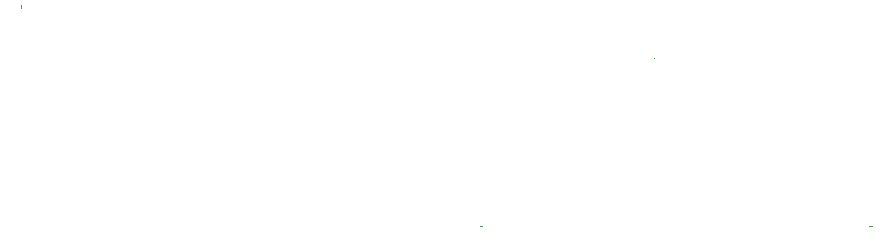
<source format=gbo>
From 4101815b2fac78be67c1cd8d8c6520d41dcac7cf Mon Sep 17 00:00:00 2001
From: jaseg <git@jaseg.de>
Date: Sun, 23 Jan 2022 21:19:51 +0100
Subject: Fix more bugs

---
 gerbonara/gerber/tests/resources/fritzing/combined.gbo | 9 +++++----
 1 file changed, 5 insertions(+), 4 deletions(-)

(limited to 'gerbonara/gerber/tests/resources/fritzing/combined.gbo')

diff --git a/gerbonara/gerber/tests/resources/fritzing/combined.gbo b/gerbonara/gerber/tests/resources/fritzing/combined.gbo
index 365bc71..fbb0103 100644
--- a/gerbonara/gerber/tests/resources/fritzing/combined.gbo
+++ b/gerbonara/gerber/tests/resources/fritzing/combined.gbo
@@ -1,3 +1,4 @@
+G04 file manually fixed for GerberTools #86 / #143*
 %MOIN*%
 %OFA0B0*%
 %FSLAX23Y23*%
@@ -8633,7 +8634,7 @@ G04 DOUBLE SIDED*
 G04 HOLES PLATED*
 G04 CONTOUR ON CENTER OF CONTOUR VECTOR*
 G90*
-G04 skipping 70
+G04 skipping 70*
 D21*
 X01777Y02388D02*
 X01786Y02388D01*
@@ -17260,7 +17261,7 @@ G04 DOUBLE SIDED*
 G04 HOLES PLATED*
 G04 CONTOUR ON CENTER OF CONTOUR VECTOR*
 G90*
-G04 skipping 70
+G04 skipping 70*
 D22*
 X03076Y02388D02*
 X03085Y02388D01*
@@ -25887,7 +25888,7 @@ G04 DOUBLE SIDED*
 G04 HOLES PLATED*
 G04 CONTOUR ON CENTER OF CONTOUR VECTOR*
 G90*
-G04 skipping 70
+G04 skipping 70*
 D23*
 X00249Y03116D02*
 X00249Y03125D01*
@@ -34507,4 +34508,4 @@ X02357Y02948D02*
 X02357Y02949D01*
 D02*
 G04 End of Silk0*
-M02*
\ No newline at end of file
+M02*
-- 
cgit 


</source>
